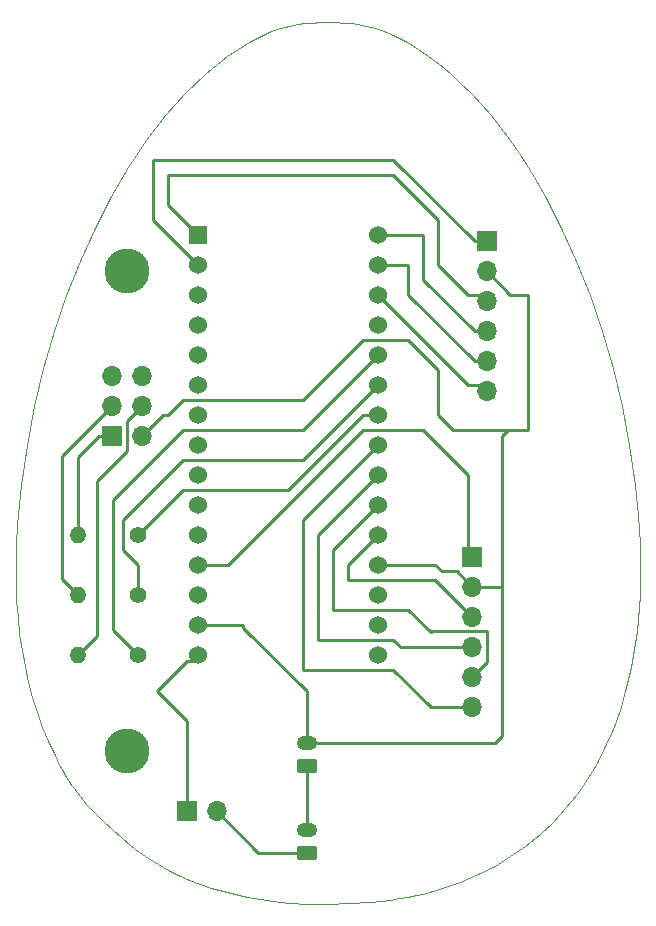
<source format=gbr>
%TF.GenerationSoftware,KiCad,Pcbnew,(6.0.6)*%
%TF.CreationDate,2022-07-21T10:54:16-07:00*%
%TF.ProjectId,ElectronicEggDrop,456c6563-7472-46f6-9e69-634567674472,rev?*%
%TF.SameCoordinates,Original*%
%TF.FileFunction,Copper,L1,Top*%
%TF.FilePolarity,Positive*%
%FSLAX46Y46*%
G04 Gerber Fmt 4.6, Leading zero omitted, Abs format (unit mm)*
G04 Created by KiCad (PCBNEW (6.0.6)) date 2022-07-21 10:54:16*
%MOMM*%
%LPD*%
G01*
G04 APERTURE LIST*
G04 Aperture macros list*
%AMRoundRect*
0 Rectangle with rounded corners*
0 $1 Rounding radius*
0 $2 $3 $4 $5 $6 $7 $8 $9 X,Y pos of 4 corners*
0 Add a 4 corners polygon primitive as box body*
4,1,4,$2,$3,$4,$5,$6,$7,$8,$9,$2,$3,0*
0 Add four circle primitives for the rounded corners*
1,1,$1+$1,$2,$3*
1,1,$1+$1,$4,$5*
1,1,$1+$1,$6,$7*
1,1,$1+$1,$8,$9*
0 Add four rect primitives between the rounded corners*
20,1,$1+$1,$2,$3,$4,$5,0*
20,1,$1+$1,$4,$5,$6,$7,0*
20,1,$1+$1,$6,$7,$8,$9,0*
20,1,$1+$1,$8,$9,$2,$3,0*%
G04 Aperture macros list end*
%TA.AperFunction,Profile*%
%ADD10C,0.025399*%
%TD*%
%TA.AperFunction,ComponentPad*%
%ADD11R,1.524000X1.524000*%
%TD*%
%TA.AperFunction,ComponentPad*%
%ADD12C,1.524000*%
%TD*%
%TA.AperFunction,ComponentPad*%
%ADD13RoundRect,0.250000X0.625000X-0.350000X0.625000X0.350000X-0.625000X0.350000X-0.625000X-0.350000X0*%
%TD*%
%TA.AperFunction,ComponentPad*%
%ADD14O,1.750000X1.200000*%
%TD*%
%TA.AperFunction,ComponentPad*%
%ADD15C,1.400000*%
%TD*%
%TA.AperFunction,ComponentPad*%
%ADD16O,1.400000X1.400000*%
%TD*%
%TA.AperFunction,ComponentPad*%
%ADD17R,1.700000X1.700000*%
%TD*%
%TA.AperFunction,ComponentPad*%
%ADD18O,1.700000X1.700000*%
%TD*%
%TA.AperFunction,ComponentPad*%
%ADD19C,3.800000*%
%TD*%
%TA.AperFunction,Conductor*%
%ADD20C,0.250000*%
%TD*%
G04 APERTURE END LIST*
D10*
X110955611Y-130290463D02*
X110755790Y-129884972D01*
X111953453Y-132047527D02*
X111746614Y-131722071D01*
X109262709Y-126233297D02*
X108865549Y-124967472D01*
X109774374Y-97090331D02*
X110679355Y-93949659D01*
X159048980Y-124434594D02*
X158580224Y-126060765D01*
X132570500Y-67846666D02*
X133224333Y-67810711D01*
X111545642Y-131386665D02*
X111348306Y-131038280D01*
X135197799Y-67846666D02*
X135839665Y-67906591D01*
X133224333Y-67810711D02*
X133884150Y-67798726D01*
X140648716Y-141868040D02*
X139909930Y-141985810D01*
X129108230Y-68565766D02*
X129600509Y-68385991D01*
X107500344Y-112057038D02*
X107589163Y-110413964D01*
X153644037Y-85197673D02*
X154906137Y-87985107D01*
X142399300Y-70666716D02*
X143308753Y-71354665D01*
X114835540Y-135421166D02*
X114835540Y-135421166D01*
X116325886Y-136803079D02*
X115573617Y-136132831D01*
X123565303Y-72103961D02*
X125371362Y-70666342D01*
X129108230Y-68565766D02*
X129108230Y-68565766D01*
X139608018Y-68989629D02*
X140547898Y-69482324D01*
X159048980Y-124434594D02*
X159048980Y-124434594D01*
X138660064Y-68565766D02*
X139608018Y-68989629D01*
X145089993Y-72912702D02*
X145959711Y-73779042D01*
X159518034Y-122405316D02*
X159297061Y-123416277D01*
X138660064Y-68565766D02*
X138660064Y-68565766D01*
X108220406Y-122349862D02*
X107971882Y-120993723D01*
X159297061Y-123416277D02*
X159048980Y-124434594D01*
X117879216Y-138022275D02*
X117093901Y-137432647D01*
X143554273Y-141139184D02*
X141945068Y-141598229D01*
X131304718Y-67990486D02*
X131928634Y-67906591D01*
X115491502Y-82562526D02*
X116951002Y-80084989D01*
X159879333Y-120390834D02*
X159712068Y-121398054D01*
X130594698Y-142383751D02*
X129876023Y-142326217D01*
X143308753Y-71354665D02*
X144205995Y-72103952D01*
X123991364Y-141093309D02*
X123041435Y-140762606D01*
X118496451Y-77785292D02*
X120119529Y-75678508D01*
X148472852Y-76704865D02*
X149275113Y-77782827D01*
X153978971Y-134376577D02*
X152929983Y-135506280D01*
X121224558Y-139996134D02*
X120354502Y-139558891D01*
X159387783Y-103616389D02*
X159860427Y-106976540D01*
X160134238Y-118361896D02*
X160020000Y-119380000D01*
X158762879Y-100314217D02*
X159387783Y-103616389D01*
X118683385Y-138572699D02*
X117879216Y-138022275D01*
X119507963Y-139084659D02*
X118683385Y-138572699D01*
X150605633Y-137530539D02*
X149333701Y-138421653D01*
X107589163Y-110413964D02*
X107725092Y-108721190D01*
X151804966Y-136558174D02*
X150605633Y-137530539D01*
X127025762Y-141884150D02*
X125981973Y-141653343D01*
X133884150Y-67798726D02*
X134543966Y-67810711D01*
X123041435Y-140762606D02*
X122119684Y-140397127D01*
X125371362Y-70666342D02*
X127221777Y-69481919D01*
X158023432Y-127621175D02*
X157380321Y-129114104D01*
X154950214Y-133170787D02*
X153978971Y-134376577D01*
X150820251Y-80081543D02*
X151561060Y-81298549D01*
X157993989Y-97085013D02*
X158762879Y-100314217D01*
X159860427Y-106976540D02*
X159860427Y-106976540D01*
X111348306Y-131038280D02*
X111152373Y-130673889D01*
X145959711Y-73779042D02*
X146814117Y-74701098D01*
X129218078Y-142251046D02*
X129218078Y-142251031D01*
X120119529Y-75678508D02*
X121811920Y-73779707D01*
X158580224Y-126060765D02*
X158023432Y-127621175D01*
X109005252Y-100318416D02*
X109774374Y-97090331D01*
X140547898Y-69482324D02*
X141478670Y-70041978D01*
X130704736Y-68098351D02*
X131304718Y-67990486D01*
X113753080Y-134301541D02*
X113442680Y-133960930D01*
X154906137Y-87985107D02*
X156057345Y-90905468D01*
X160274181Y-111895825D02*
X160314946Y-113034339D01*
X111746614Y-131722071D02*
X111545642Y-131386665D01*
X114126269Y-85202833D02*
X115491502Y-82562526D01*
X113153769Y-133631570D02*
X112884117Y-133310431D01*
X124971025Y-141389976D02*
X123991364Y-141093309D01*
X157380321Y-129114104D02*
X156652603Y-130537829D01*
X112393660Y-132680707D02*
X112168391Y-132366063D01*
X160222218Y-117332865D02*
X160134238Y-118361896D01*
X137063561Y-68098351D02*
X137633624Y-68230186D01*
X129600509Y-68385991D02*
X130134672Y-68230186D01*
X112884117Y-133310431D02*
X112631491Y-132994486D01*
X132177898Y-142447768D02*
X130594698Y-142383751D01*
X147990883Y-139229796D02*
X146578896Y-139953246D01*
X110207559Y-128689869D02*
X109709955Y-127473370D01*
X137633624Y-68230186D02*
X138167786Y-68385991D01*
X128103946Y-142083133D02*
X127025762Y-141884150D01*
X149275113Y-77782827D02*
X150057924Y-78909011D01*
X145099455Y-140590282D02*
X143554273Y-141139184D01*
X156652603Y-130537829D02*
X155841996Y-131890631D01*
X107458904Y-113652591D02*
X107500344Y-112057038D01*
X127221777Y-69481919D02*
X129108230Y-68565766D01*
X130134672Y-68230186D02*
X130704736Y-68098351D01*
X141330124Y-141738691D02*
X140648716Y-141868040D01*
X108380308Y-103618843D02*
X109005252Y-100318416D01*
X125981973Y-141653343D02*
X124971025Y-141389976D01*
X109709955Y-127473370D02*
X109262709Y-126233297D01*
X107907859Y-106976540D02*
X107907859Y-106976540D01*
X135673308Y-142384656D02*
X133894995Y-142446827D01*
X114835540Y-135421166D02*
X114087203Y-134656432D01*
X138167786Y-68385991D02*
X138660064Y-68565766D01*
X144205995Y-72103952D02*
X145089993Y-72912702D01*
X129218078Y-142251031D02*
X128103946Y-142083133D01*
X146814117Y-74701098D02*
X147652175Y-75676997D01*
X160020000Y-119380000D02*
X159879333Y-120390834D01*
X107519249Y-116709839D02*
X107465116Y-115202799D01*
X159712068Y-121398054D02*
X159518034Y-122405316D01*
X111152373Y-130673889D02*
X110955611Y-130290463D01*
X160320080Y-115227395D02*
X160284108Y-116289250D01*
X141478670Y-70041978D02*
X142399300Y-70666716D01*
X108518205Y-123673720D02*
X108220406Y-122349862D01*
X112168391Y-132366063D02*
X111953453Y-132047527D01*
X112631491Y-132994486D02*
X112393660Y-132680707D01*
X110755790Y-129884972D02*
X110755790Y-129884972D01*
X150057924Y-78909011D02*
X150820251Y-80081543D01*
X152929983Y-135506280D02*
X151804966Y-136558174D01*
X114087203Y-134656432D02*
X113753080Y-134301541D01*
X129218078Y-142251046D02*
X129218078Y-142251046D01*
X159860427Y-106976540D02*
X160117102Y-109516541D01*
X152279317Y-82558155D02*
X153644037Y-85197673D01*
X110755790Y-129884972D02*
X110207559Y-128689869D01*
X141945068Y-141598229D02*
X141945068Y-141598229D01*
X113442680Y-133960930D02*
X113153769Y-133631570D01*
X121811920Y-73779707D02*
X123565303Y-72103961D01*
X160284108Y-116289250D02*
X160222218Y-117332865D01*
X112863621Y-87990839D02*
X114126269Y-85202833D01*
X135839665Y-67906591D02*
X136463580Y-67990486D01*
X133894995Y-142446827D02*
X132177898Y-142447768D01*
X115573617Y-136132831D02*
X114835540Y-135421166D01*
X141945068Y-141598229D02*
X141330124Y-141738691D01*
X107465116Y-115202799D02*
X107458904Y-113652591D01*
X160330303Y-114143644D02*
X160320080Y-115227395D01*
X107621574Y-118175888D02*
X107519249Y-116709839D01*
X147652175Y-75676997D02*
X148472852Y-76704865D01*
X117093901Y-137432647D02*
X116325886Y-136803079D01*
X111711877Y-90911471D02*
X112863621Y-87990839D01*
X108865549Y-124967472D02*
X108518205Y-123673720D01*
X155841996Y-131890631D02*
X154950214Y-133170787D01*
X156057345Y-90905468D02*
X157089387Y-93943767D01*
X157089387Y-93943767D02*
X157993989Y-97085013D01*
X107971882Y-120993723D02*
X107772361Y-119603123D01*
X151561060Y-81298549D02*
X152279317Y-82558155D01*
X110679355Y-93949659D02*
X111711877Y-90911471D01*
X139909930Y-141985810D02*
X139122851Y-142091534D01*
X160314946Y-113034339D02*
X160330303Y-114143644D01*
X107772361Y-119603123D02*
X107621574Y-118175888D01*
X136463580Y-67990486D02*
X137063561Y-68098351D01*
X149333701Y-138421653D02*
X147990883Y-139229796D01*
X122119684Y-140397127D02*
X121224558Y-139996134D01*
X116951002Y-80084989D02*
X118496451Y-77785292D01*
X160117102Y-109516541D02*
X160274181Y-111895825D01*
X107907859Y-106976540D02*
X108380308Y-103618843D01*
X137440155Y-142264982D02*
X135673308Y-142384656D01*
X139122851Y-142091534D02*
X137440155Y-142264982D01*
X134543966Y-67810711D02*
X135197799Y-67846666D01*
X107725092Y-108721190D02*
X107907859Y-106976540D01*
X120354502Y-139558891D02*
X119507963Y-139084659D01*
X129876023Y-142326217D02*
X129218078Y-142251046D01*
X146578896Y-139953246D02*
X145099455Y-140590282D01*
X131928634Y-67906591D02*
X132570500Y-67846666D01*
D11*
%TO.P,Arduino Nano,1,D13/GPIO6*%
%TO.N,Net-(Arduino_Nano1-Pad1)*%
X122891023Y-85811217D03*
D12*
%TO.P,Arduino Nano,2,+3V3*%
%TO.N,Net-(Arduino_Nano1-Pad2)*%
X122891023Y-88351217D03*
%TO.P,Arduino Nano,3,AREF*%
%TO.N,unconnected-(Arduino_Nano1-Pad3)*%
X122891023Y-90891217D03*
%TO.P,Arduino Nano,4,A0/DAC0/GPIO26*%
%TO.N,unconnected-(Arduino_Nano1-Pad4)*%
X122891023Y-93431217D03*
%TO.P,Arduino Nano,5,A1/GPIO27*%
%TO.N,unconnected-(Arduino_Nano1-Pad5)*%
X122891023Y-95971217D03*
%TO.P,Arduino Nano,6,A2/GPIO28*%
%TO.N,unconnected-(Arduino_Nano1-Pad6)*%
X122891023Y-98511217D03*
%TO.P,Arduino Nano,7,A3/GPIO29*%
%TO.N,unconnected-(Arduino_Nano1-Pad7)*%
X122891023Y-101051217D03*
%TO.P,Arduino Nano,8,A4/GPIO12*%
%TO.N,unconnected-(Arduino_Nano1-Pad8)*%
X122891023Y-103591217D03*
%TO.P,Arduino Nano,9,A5/GPIO13*%
%TO.N,unconnected-(Arduino_Nano1-Pad9)*%
X122891023Y-106131217D03*
%TO.P,Arduino Nano,10,A6*%
%TO.N,unconnected-(Arduino_Nano1-Pad10)*%
X122891023Y-108671217D03*
%TO.P,Arduino Nano,11,A7*%
%TO.N,unconnected-(Arduino_Nano1-Pad11)*%
X122891023Y-111211217D03*
%TO.P,Arduino Nano,12,+5V*%
%TO.N,Net-(Arduino_Nano1-Pad12)*%
X122891023Y-113751217D03*
%TO.P,Arduino Nano,13,QSPI_~{RESET}*%
%TO.N,unconnected-(Arduino_Nano1-Pad13)*%
X122891023Y-116291217D03*
%TO.P,Arduino Nano,14,GND*%
%TO.N,GND*%
X122891023Y-118831217D03*
%TO.P,Arduino Nano,15,VIN*%
%TO.N,Net-(Arduino_Nano1-Pad15)*%
X122891023Y-121371217D03*
%TO.P,Arduino Nano,16,TX*%
%TO.N,unconnected-(Arduino_Nano1-Pad16)*%
X138131023Y-121371217D03*
%TO.P,Arduino Nano,17,RX*%
%TO.N,unconnected-(Arduino_Nano1-Pad17)*%
X138131023Y-118831217D03*
%TO.P,Arduino Nano,18,~{RESET}*%
%TO.N,unconnected-(Arduino_Nano1-Pad18)*%
X138131023Y-116291217D03*
%TO.P,Arduino Nano,19,GND*%
%TO.N,GND*%
X138131023Y-113751217D03*
%TO.P,Arduino Nano,20,D2/GPIO25*%
%TO.N,Net-(Arduino_Nano1-Pad20)*%
X138131023Y-111211217D03*
%TO.P,Arduino Nano,21,D3/GPIO15*%
%TO.N,Net-(Arduino_Nano1-Pad21)*%
X138131023Y-108671217D03*
%TO.P,Arduino Nano,22,D4/GPIO26*%
%TO.N,Net-(Arduino_Nano1-Pad22)*%
X138131023Y-106131217D03*
%TO.P,Arduino Nano,23,D5/GPIO17*%
%TO.N,Net-(Arduino_Nano1-Pad23)*%
X138131023Y-103591217D03*
%TO.P,Arduino Nano,24,D6/GPIO18*%
%TO.N,Net-(Arduino_Nano1-Pad24)*%
X138131023Y-101051217D03*
%TO.P,Arduino Nano,25,D7/GPIO19*%
%TO.N,Net-(Arduino_Nano1-Pad25)*%
X138131023Y-98511217D03*
%TO.P,Arduino Nano,26,D8/GPIO20*%
%TO.N,Net-(Arduino_Nano1-Pad26)*%
X138131023Y-95971217D03*
%TO.P,Arduino Nano,27,D9/GPIO21*%
%TO.N,unconnected-(Arduino_Nano1-Pad27)*%
X138131023Y-93431217D03*
%TO.P,Arduino Nano,28,D10/GPIO5*%
%TO.N,Net-(Arduino_Nano1-Pad28)*%
X138131023Y-90891217D03*
%TO.P,Arduino Nano,29,D11/GPIO7/COPI*%
%TO.N,Net-(Arduino_Nano1-Pad29)*%
X138131023Y-88351217D03*
%TO.P,Arduino Nano,30,D12/GPIO4/CIPO*%
%TO.N,Net-(Arduino_Nano1-Pad30)*%
X138131023Y-85811217D03*
%TD*%
D13*
%TO.P,+3.7v,1,Pin_1*%
%TO.N,Net-(Power_SW1-Pad2)*%
X132080000Y-138160000D03*
D14*
%TO.P,+3.7v,2,Pin_2*%
%TO.N,Net-(Power_Terminal1-Pad1)*%
X132080000Y-136160000D03*
%TD*%
D15*
%TO.P,R2,1*%
%TO.N,Net-(Arduino_Nano1-Pad25)*%
X117811023Y-116291217D03*
D16*
%TO.P,R2,2*%
%TO.N,Net-(Indicator_LEDs1-Pad3)*%
X112731023Y-116291217D03*
%TD*%
D17*
%TO.P,Indicator_LEDs1,1,RK*%
%TO.N,Net-(Indicator_LEDs1-Pad1)*%
X115570000Y-102870000D03*
D18*
%TO.P,Indicator_LEDs1,2,A*%
%TO.N,GND*%
X118110000Y-102870000D03*
%TO.P,Indicator_LEDs1,3,GK*%
%TO.N,Net-(Indicator_LEDs1-Pad3)*%
X115570000Y-100330000D03*
%TO.P,Indicator_LEDs1,4,BK*%
%TO.N,Net-(Indicator_LEDs1-Pad4)*%
X118110000Y-100330000D03*
%TO.P,Indicator_LEDs1,5*%
%TO.N,N/C*%
X115570000Y-97790000D03*
%TO.P,Indicator_LEDs1,6*%
X118110000Y-97790000D03*
%TD*%
D15*
%TO.P,R3,1*%
%TO.N,Net-(Arduino_Nano1-Pad26)*%
X117811023Y-121371217D03*
D16*
%TO.P,R3,2*%
%TO.N,Net-(Indicator_LEDs1-Pad4)*%
X112731023Y-121371217D03*
%TD*%
D19*
%TO.P,REF\u002A\u002A,1*%
%TO.N,N/C*%
X116840000Y-129540000D03*
%TD*%
D17*
%TO.P,Switch,1,A*%
%TO.N,Net-(Arduino_Nano1-Pad15)*%
X121920000Y-134620000D03*
D18*
%TO.P,Switch,2,B*%
%TO.N,Net-(Power_SW1-Pad2)*%
X124460000Y-134620000D03*
%TD*%
D15*
%TO.P,R1,1*%
%TO.N,Net-(Arduino_Nano1-Pad24)*%
X117811023Y-111211217D03*
D16*
%TO.P,R1,2*%
%TO.N,Net-(Indicator_LEDs1-Pad1)*%
X112731023Y-111211217D03*
%TD*%
D13*
%TO.P,+3.7V,1,Pin_1*%
%TO.N,Net-(Power_Terminal1-Pad1)*%
X132080000Y-130810000D03*
D14*
%TO.P,+3.7V,2,Pin_2*%
%TO.N,GND*%
X132080000Y-128810000D03*
%TD*%
D19*
%TO.P,REF\u002A\u002A,1*%
%TO.N,N/C*%
X116840000Y-88900000D03*
%TD*%
D17*
%TO.P,LIS3DH Connector,1,Pin_1*%
%TO.N,Net-(Arduino_Nano1-Pad12)*%
X146075000Y-113055000D03*
D18*
%TO.P,LIS3DH Connector,2,Pin_2*%
%TO.N,GND*%
X146075000Y-115595000D03*
%TO.P,LIS3DH Connector,3,Pin_3*%
%TO.N,Net-(Arduino_Nano1-Pad20)*%
X146075000Y-118135000D03*
%TO.P,LIS3DH Connector,4,Pin_4*%
%TO.N,Net-(Arduino_Nano1-Pad22)*%
X146075000Y-120675000D03*
%TO.P,LIS3DH Connector,5,Pin_5*%
%TO.N,Net-(Arduino_Nano1-Pad21)*%
X146075000Y-123215000D03*
%TO.P,LIS3DH Connector,6,Pin_6*%
%TO.N,Net-(Arduino_Nano1-Pad23)*%
X146075000Y-125755000D03*
%TD*%
D17*
%TO.P,SD Card Reader Connector,1,Pin_1*%
%TO.N,Net-(Arduino_Nano1-Pad2)*%
X147320000Y-86360000D03*
D18*
%TO.P,SD Card Reader Connector,2,Pin_2*%
%TO.N,GND*%
X147320000Y-88900000D03*
%TO.P,SD Card Reader Connector,3,Pin_3*%
%TO.N,Net-(Arduino_Nano1-Pad1)*%
X147320000Y-91440000D03*
%TO.P,SD Card Reader Connector,4,Pin_4*%
%TO.N,Net-(Arduino_Nano1-Pad30)*%
X147320000Y-93980000D03*
%TO.P,SD Card Reader Connector,5,Pin_5*%
%TO.N,Net-(Arduino_Nano1-Pad29)*%
X147320000Y-96520000D03*
%TO.P,SD Card Reader Connector,6,Pin_6*%
%TO.N,Net-(Arduino_Nano1-Pad28)*%
X147320000Y-99060000D03*
%TD*%
D20*
%TO.N,Net-(Arduino_Nano1-Pad1)*%
X145751023Y-90891217D02*
X143211023Y-88351217D01*
X143211023Y-88351217D02*
X143211023Y-84541217D01*
X145751023Y-90891217D02*
X146771217Y-90891217D01*
X146771217Y-90891217D02*
X147320000Y-91440000D01*
X143211023Y-84541217D02*
X139401023Y-80731217D01*
X120351023Y-83271217D02*
X122891023Y-85811217D01*
X120351023Y-80731217D02*
X120351023Y-83271217D01*
X139401023Y-80731217D02*
X120351023Y-80731217D01*
%TO.N,Net-(Arduino_Nano1-Pad2)*%
X147320000Y-86360000D02*
X146299806Y-86360000D01*
X119081023Y-84541217D02*
X122891023Y-88351217D01*
X146299806Y-86360000D02*
X139401023Y-79461217D01*
X139401023Y-79461217D02*
X119081023Y-79461217D01*
X119081023Y-79461217D02*
X119081023Y-84541217D01*
%TO.N,Net-(Arduino_Nano1-Pad12)*%
X125431023Y-113751217D02*
X122891023Y-113751217D01*
X136861023Y-102321217D02*
X125431023Y-113751217D01*
X141941023Y-102321217D02*
X139401023Y-102321217D01*
X145751023Y-106131217D02*
X141941023Y-102321217D01*
X145751023Y-113116217D02*
X145751023Y-106131217D01*
X139401023Y-102321217D02*
X136861023Y-102321217D01*
%TO.N,GND*%
X143211023Y-97241217D02*
X143211023Y-101051217D01*
X121621023Y-99781217D02*
X131781023Y-99781217D01*
X119928783Y-101051217D02*
X120351023Y-101051217D01*
X132080000Y-128810000D02*
X148050000Y-128810000D01*
X118110000Y-102870000D02*
X119928783Y-101051217D01*
X144780000Y-114300000D02*
X143510000Y-114300000D01*
X149311217Y-90891217D02*
X150831023Y-90891217D01*
X144481023Y-102321217D02*
X149138783Y-102321217D01*
X148590000Y-128270000D02*
X148590000Y-102870000D01*
X146075000Y-115595000D02*
X148565000Y-115595000D01*
X150831023Y-90891217D02*
X150831023Y-102321217D01*
X142961217Y-113751217D02*
X138131023Y-113751217D01*
X149138783Y-102321217D02*
X150831023Y-102321217D01*
X136861023Y-94701217D02*
X140671023Y-94701217D01*
X132080000Y-128810000D02*
X132080000Y-124460000D01*
X126701023Y-118831217D02*
X122891023Y-118831217D01*
X143510000Y-114300000D02*
X142961217Y-113751217D01*
X147320000Y-88900000D02*
X149311217Y-90891217D01*
X148565000Y-115595000D02*
X148590000Y-115570000D01*
X126701023Y-119081023D02*
X126701023Y-118831217D01*
X148050000Y-128810000D02*
X148590000Y-128270000D01*
X148590000Y-102870000D02*
X149138783Y-102321217D01*
X131781023Y-99781217D02*
X136861023Y-94701217D01*
X146075000Y-115595000D02*
X144780000Y-114300000D01*
X143211023Y-101051217D02*
X144481023Y-102321217D01*
X120351023Y-101051217D02*
X121621023Y-99781217D01*
X140671023Y-94701217D02*
X143211023Y-97241217D01*
X132080000Y-124460000D02*
X126701023Y-119081023D01*
%TO.N,Net-(Arduino_Nano1-Pad15)*%
X119380000Y-124460000D02*
X121920000Y-127000000D01*
X122342240Y-121920000D02*
X121920000Y-121920000D01*
X121920000Y-127000000D02*
X121920000Y-134620000D01*
X121920000Y-121920000D02*
X119380000Y-124460000D01*
X122891023Y-121371217D02*
X122342240Y-121920000D01*
%TO.N,Net-(Arduino_Nano1-Pad20)*%
X146075000Y-118135000D02*
X142961217Y-115021217D01*
X142961217Y-115021217D02*
X135591023Y-115021217D01*
X135591023Y-115021217D02*
X135591023Y-113751217D01*
X135591023Y-113751217D02*
X138131023Y-111211217D01*
%TO.N,Net-(Arduino_Nano1-Pad21)*%
X147320000Y-121970000D02*
X147320000Y-119380000D01*
X142662240Y-119380000D02*
X142576023Y-119466217D01*
X134321023Y-112481217D02*
X138131023Y-108671217D01*
X142576023Y-119466217D02*
X140671023Y-117561217D01*
X147320000Y-119380000D02*
X142662240Y-119380000D01*
X134321023Y-117561217D02*
X134321023Y-112481217D01*
X140671023Y-117561217D02*
X134321023Y-117561217D01*
X146075000Y-123215000D02*
X147320000Y-121970000D01*
%TO.N,Net-(Arduino_Nano1-Pad22)*%
X140036023Y-120736217D02*
X139401023Y-120101217D01*
X133051023Y-120101217D02*
X133051023Y-111211217D01*
X146075000Y-120675000D02*
X140097240Y-120675000D01*
X133051023Y-111211217D02*
X138131023Y-106131217D01*
X139401023Y-120101217D02*
X133051023Y-120101217D01*
X140097240Y-120675000D02*
X140036023Y-120736217D01*
%TO.N,Net-(Arduino_Nano1-Pad23)*%
X131781023Y-122641217D02*
X131781023Y-109941217D01*
X142637240Y-125755000D02*
X142576023Y-125816217D01*
X142576023Y-125816217D02*
X139408059Y-122648253D01*
X131788059Y-122648253D02*
X131781023Y-122641217D01*
X131781023Y-109941217D02*
X138131023Y-103591217D01*
X146075000Y-125755000D02*
X142637240Y-125755000D01*
X139408059Y-122648253D02*
X131788059Y-122648253D01*
%TO.N,Net-(Arduino_Nano1-Pad24)*%
X130503987Y-107408253D02*
X136861023Y-101051217D01*
X117811023Y-111211217D02*
X121613987Y-107408253D01*
X121613987Y-107408253D02*
X130503987Y-107408253D01*
X136861023Y-101051217D02*
X138131023Y-101051217D01*
%TO.N,Net-(Arduino_Nano1-Pad25)*%
X116541023Y-112481217D02*
X116541023Y-109941217D01*
X117811023Y-116291217D02*
X117811023Y-113751217D01*
X116541023Y-109941217D02*
X121621023Y-104861217D01*
X121621023Y-104861217D02*
X131781023Y-104861217D01*
X131781023Y-104861217D02*
X138131023Y-98511217D01*
X117811023Y-113751217D02*
X116541023Y-112481217D01*
%TO.N,Net-(Arduino_Nano1-Pad26)*%
X115721023Y-119281217D02*
X115721023Y-108221217D01*
X115721023Y-108221217D02*
X121621023Y-102321217D01*
X117811023Y-121371217D02*
X115721023Y-119281217D01*
X121621023Y-102321217D02*
X131781023Y-102321217D01*
X131781023Y-102321217D02*
X138131023Y-95971217D01*
%TO.N,Net-(Arduino_Nano1-Pad28)*%
X147320000Y-99060000D02*
X146771217Y-98511217D01*
X146771217Y-98511217D02*
X145751023Y-98511217D01*
X145751023Y-98511217D02*
X138131023Y-90891217D01*
%TO.N,Net-(Arduino_Nano1-Pad29)*%
X146299806Y-96520000D02*
X140671023Y-90891217D01*
X147320000Y-96520000D02*
X146299806Y-96520000D01*
X140671023Y-90891217D02*
X140671023Y-88351217D01*
X140671023Y-88351217D02*
X138131023Y-88351217D01*
%TO.N,Net-(Arduino_Nano1-Pad30)*%
X147320000Y-93980000D02*
X146299806Y-93980000D01*
X141941023Y-85811217D02*
X138131023Y-85811217D01*
X141941023Y-89621217D02*
X141941023Y-85811217D01*
X146299806Y-93980000D02*
X141941023Y-89621217D01*
%TO.N,Net-(Indicator_LEDs1-Pad1)*%
X112731023Y-104608977D02*
X112731023Y-111211217D01*
X114470000Y-102870000D02*
X112731023Y-104608977D01*
X115570000Y-102870000D02*
X114470000Y-102870000D01*
%TO.N,Net-(Indicator_LEDs1-Pad3)*%
X112731023Y-116291217D02*
X111368844Y-114929038D01*
X111368844Y-104531156D02*
X115570000Y-100330000D01*
X111368844Y-114929038D02*
X111368844Y-104531156D01*
%TO.N,Net-(Indicator_LEDs1-Pad4)*%
X116835722Y-101604278D02*
X118110000Y-100330000D01*
X116835722Y-104135722D02*
X116835722Y-101604278D01*
X112731023Y-121371217D02*
X114304278Y-119797962D01*
X114304278Y-106667166D02*
X116835722Y-104135722D01*
X114304278Y-119797962D02*
X114304278Y-106667166D01*
%TO.N,Net-(Power_SW1-Pad2)*%
X124460000Y-134620000D02*
X128000000Y-138160000D01*
X128000000Y-138160000D02*
X132080000Y-138160000D01*
%TO.N,Net-(Power_Terminal1-Pad1)*%
X132080000Y-136160000D02*
X132080000Y-130810000D01*
%TD*%
M02*

</source>
